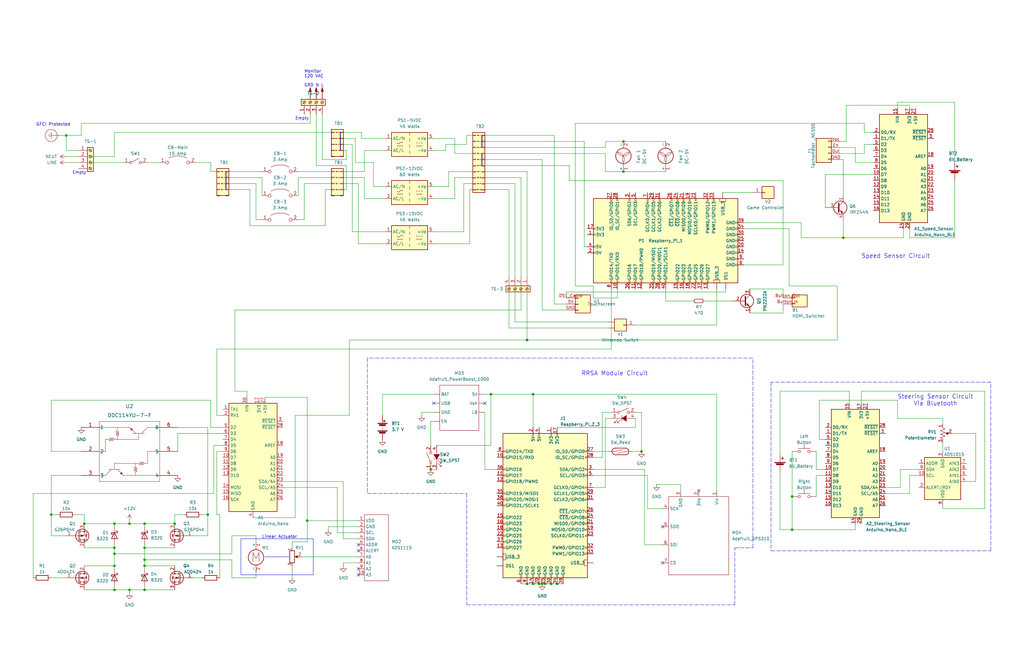
<source format=kicad_sch>
(kicad_sch (version 20230121) (generator eeschema)
  (paper "B")
  (lib_symbols
    (symbol "Analog_ADC:ADS1015IDGS"
      (property "Reference" "U" (at 2.54 13.97 0))
      (property "Value" "ADS1015IDGS" (at 7.62 11.43 0))
      (symbol "ADS1015IDGS_1_1"
        (pin input line (at 10.16 -5.08 180) (length 2.54) (name "ADDR") (number "1"))
        (pin input line (at 10.16 0 180) (length 2.54) (name "SCL") (number "10"))
        (pin output line (at 10.16 5.08 180) (length 2.54) (name "ALERT/RDY") (number "2"))
        (pin power_in line (at 0 -10.16 90) (length 2.54) (name "GND") (number "3"))
        (pin input line (at -10.16 2.54 0) (length 2.54) (name "AIN0") (number "4"))
        (pin input line (at -10.16 0 0) (length 2.54) (name "AIN1") (number "5"))
        (pin input line (at -10.16 -2.54 0) (length 2.54) (name "AIN2") (number "6"))
        (pin input line (at -10.16 -5.08 0) (length 2.54) (name "AIN3") (number "7"))
        (pin power_in line (at 0 12.7 270) (length 2.54) (name "VDD") (number "8"))
        (pin bidirectional line (at 10.16 -2.54 180) (length 2.54) (name "SDA") (number "9"))
      )
    )
    (symbol "Arduino_Nano_v3.x_1"
      (property "Reference" "A2_Steering_Sensor" (at 4.5594 -25.4 0))
      (property "Value" "Arduino_Nano_BLE" (at 4.5594 -27.94 0))
      (symbol "Arduino_Nano_v3.x_1_1_1"
        (pin bidirectional line (at -12.7 12.7 0) (length 2.54) (name "D1/TX") (number "1"))
        (pin bidirectional line (at -12.7 -2.54 0) (length 2.54) (name "D7") (number "10"))
        (pin bidirectional line (at -12.7 -5.08 0) (length 2.54) (name "D8") (number "11"))
        (pin bidirectional line (at -12.7 -7.62 0) (length 2.54) (name "D9") (number "12"))
        (pin bidirectional line (at -12.7 -10.16 0) (length 2.54) (name "D10") (number "13"))
        (pin bidirectional line (at -12.7 -12.7 0) (length 2.54) (name "D11") (number "14"))
        (pin power_in line (at 0 -25.4 90) (length 2.54) (name "GND") (number "14"))
        (pin bidirectional line (at -12.7 -15.24 0) (length 2.54) (name "D12") (number "15"))
        (pin power_in line (at -2.54 25.4 270) (length 2.54) (name "VIN") (number "15"))
        (pin bidirectional line (at -12.7 -17.78 0) (length 2.54) (name "D13") (number "16"))
        (pin power_out line (at 2.54 25.4 270) (length 2.54) (name "3V3") (number "17"))
        (pin input line (at 12.7 5.08 180) (length 2.54) (name "AREF") (number "18"))
        (pin bidirectional line (at 12.7 0 180) (length 2.54) (name "A0") (number "19"))
        (pin bidirectional line (at -12.7 15.24 0) (length 2.54) (name "D0/RX") (number "2"))
        (pin bidirectional line (at 12.7 -2.54 180) (length 2.54) (name "A1") (number "20"))
        (pin bidirectional line (at 12.7 -5.08 180) (length 2.54) (name "A2") (number "21"))
        (pin bidirectional line (at 12.7 -7.62 180) (length 2.54) (name "A3") (number "22"))
        (pin bidirectional line (at 12.7 -10.16 180) (length 2.54) (name "SDA/A4") (number "23"))
        (pin bidirectional line (at 12.7 -12.7 180) (length 2.54) (name "SCL/A5") (number "24"))
        (pin bidirectional line (at 12.7 -15.24 180) (length 2.54) (name "A6") (number "25"))
        (pin bidirectional line (at 12.7 -17.78 180) (length 2.54) (name "A7") (number "26"))
        (pin power_out line (at 5.08 25.4 270) (length 2.54) (name "+5V") (number "27"))
        (pin input line (at 12.7 15.24 180) (length 2.54) (name "~{RESET}") (number "28"))
        (pin power_in line (at 2.54 -25.4 90) (length 2.54) (name "GND") (number "29"))
        (pin input line (at 12.7 12.7 180) (length 2.54) (name "~{RESET}") (number "3"))
        (pin bidirectional line (at -12.7 10.16 0) (length 2.54) (name "D2") (number "5"))
        (pin bidirectional line (at -12.7 7.62 0) (length 2.54) (name "D3") (number "6"))
        (pin bidirectional line (at -12.7 5.08 0) (length 2.54) (name "D4") (number "7"))
        (pin bidirectional line (at -12.7 2.54 0) (length 2.54) (name "D5") (number "8"))
        (pin bidirectional line (at -12.7 0 0) (length 2.54) (name "D6") (number "9"))
      )
    )
    (symbol "BAC05S05DC_1"
      (property "Reference" "PS?" (at 0 9.9271 0))
      (property "Value" "BAC05S05DC_1" (at 0 7.3871 0))
      (symbol "BAC05S05DC_1_1_1"
        (pin power_in line (at -10.16 2.54 0) (length 2.54) (name "AC/N") (number "1"))
        (pin power_in line (at -10.16 -2.54 0) (length 2.54) (name "AC/L") (number "2"))
        (pin no_connect line (at 7.62 0 180) (length 2.54) hide (name "NC") (number "3"))
        (pin power_out line (at 10.16 -2.54 180) (length 2.54) (name "-Vo") (number "4"))
        (pin power_out line (at 10.16 2.54 180) (length 2.54) (name "+Vo") (number "5"))
      )
    )
    (symbol "Conn_01x01_1" (pin_names (offset 1.016) hide)
      (property "Reference" "B1" (at 0 3.81 0))
      (property "Value" "Conn_01x01_1" (at -3.81 -3.81 0))
      (symbol "Conn_01x01_1_1_1"
        (pin input line (at -5.08 1.27 0) (length 3.81) (name "USB") (number "Button_In"))
        (pin output line (at -5.08 -1.27 0) (length 3.81) (name "") (number "Button_Out"))
      )
    )
    (symbol "Conn_01x01_2" (pin_names (offset 1.016) hide)
      (property "Reference" "U1" (at 0 3.81 0))
      (property "Value" "Touchscreen" (at -3.81 -6.35 0))
      (symbol "Conn_01x01_2_1_1"
        (pin power_in line (at -5.08 -1.27 0) (length 3.81) (name "") (number "5V"))
        (pin input line (at -5.08 1.27 0) (length 3.81) (name "USB") (number "DS1_Cable"))
        (pin input line (at -5.08 -3.81 0) (length 3.81) (name "") (number "GND"))
      )
    )
    (symbol "Conn_01x01_3" (pin_names (offset 1.016) hide)
      (property "Reference" "V?" (at -1.27 7.62 0))
      (property "Value" "Nintendo Switch" (at -1.27 5.08 0))
      (symbol "Conn_01x01_3_1_1"
        (pin power_in line (at 6.35 -1.27 180) (length 2.54) (name "") (number ""))
        (pin power_in line (at 6.35 1.27 180) (length 2.54) (name "") (number ""))
        (pin input line (at -5.08 0 0) (length 3.81) (name "USB") (number "1"))
      )
    )
    (symbol "Conn_01x01_4" (pin_names (offset 1.016) hide)
      (property "Reference" "T1" (at 6.35 3.1751 90))
      (property "Value" "Conn_01x01_4" (at 6.35 0.6351 90))
      (symbol "Conn_01x01_4_1_1"
        (pin input line (at -5.08 -3.81 0) (length 3.81) (name "") (number "En"))
        (pin output line (at -5.08 1.27 0) (length 3.81) (name "Out") (number "GND"))
        (pin output line (at -5.08 -1.27 0) (length 3.81) (name "") (number "Out"))
        (pin input line (at -5.08 -6.35 0) (length 3.81) (name "") (number "Voc"))
      )
    )
    (symbol "Connector:Raspberry_Pi_2_3" (pin_names (offset 1.016))
      (property "Reference" "P?" (at -39.37 10.9095 90))
      (property "Value" "Raspberry_Pi_1" (at -39.37 8.3695 90))
      (symbol "Raspberry_Pi_2_3_1_1"
        (pin bidirectional line (at -20.32 -25.4 0) (length 2.54) (name "DS1") (number ""))
        (pin bidirectional line (at -20.32 -21.59 0) (length 2.54) (name "USB_3") (number ""))
        (pin bidirectional line (at 20.32 -24.13 180) (length 2.54) (name "USB_3") (number ""))
        (pin power_in line (at 2.54 33.02 270) (length 2.54) (name "3V3") (number "1"))
        (pin bidirectional line (at -20.32 20.32 0) (length 2.54) (name "GPIO15/RXD") (number "10"))
        (pin bidirectional line (at -20.32 12.7 0) (length 2.54) (name "GPIO17") (number "11"))
        (pin bidirectional line (at -20.32 10.16 0) (length 2.54) (name "GPIO18/PWM0") (number "12"))
        (pin bidirectional line (at -20.32 -17.78 0) (length 2.54) (name "GPIO27") (number "13"))
        (pin power_in line (at -5.08 -33.02 90) (length 2.54) (name "GND") (number "14"))
        (pin bidirectional line (at -20.32 -5.08 0) (length 2.54) (name "GPIO22") (number "15"))
        (pin bidirectional line (at -20.32 -7.62 0) (length 2.54) (name "GPIO23") (number "16"))
        (pin power_in line (at 5.08 33.02 270) (length 2.54) (name "3V3") (number "17"))
        (pin bidirectional line (at -20.32 -10.16 0) (length 2.54) (name "GPIO24") (number "18"))
        (pin bidirectional line (at 20.32 -10.16 180) (length 2.54) (name "MOSI0/GPIO10") (number "19"))
        (pin power_in line (at -5.08 33.02 270) (length 2.54) (name "5V") (number "2"))
        (pin power_in line (at -2.54 -33.02 90) (length 2.54) (name "GND") (number "20"))
        (pin bidirectional line (at 20.32 -7.62 180) (length 2.54) (name "MISO0/GPIO9") (number "21"))
        (pin bidirectional line (at -20.32 -12.7 0) (length 2.54) (name "GPIO25") (number "22"))
        (pin bidirectional line (at 20.32 -12.7 180) (length 2.54) (name "SCLK0/GPIO11") (number "23"))
        (pin bidirectional line (at 20.32 -5.08 180) (length 2.54) (name "~{CE0}/GPIO8") (number "24"))
        (pin power_in line (at 0 -33.02 90) (length 2.54) (name "GND") (number "25"))
        (pin bidirectional line (at 20.32 -2.54 180) (length 2.54) (name "~{CE1}/GPIO7") (number "26"))
        (pin bidirectional line (at 20.32 22.86 180) (length 2.54) (name "ID_SD/GPIO0") (number "27"))
        (pin bidirectional line (at 20.32 20.32 180) (length 2.54) (name "ID_SC/GPIO1") (number "28"))
        (pin bidirectional line (at 20.32 5.08 180) (length 2.54) (name "GCLK1/GPIO5") (number "29"))
        (pin bidirectional line (at 20.32 15.24 180) (length 2.54) (name "SDA/GPIO2") (number "3"))
        (pin power_in line (at 2.54 -33.02 90) (length 2.54) (name "GND") (number "30"))
        (pin bidirectional line (at 20.32 2.54 180) (length 2.54) (name "GCLK2/GPIO6") (number "31"))
        (pin bidirectional line (at 20.32 -17.78 180) (length 2.54) (name "PWM0/GPIO12") (number "32"))
        (pin bidirectional line (at 20.32 -20.32 180) (length 2.54) (name "PWM1/GPIO13") (number "33"))
        (pin power_in line (at 5.08 -33.02 90) (length 2.54) (name "GND") (number "34"))
        (pin bidirectional line (at -20.32 5.08 0) (length 2.54) (name "GPIO19/MISO1") (number "35"))
        (pin bidirectional line (at -20.32 15.24 0) (length 2.54) (name "GPIO16") (number "36"))
        (pin bidirectional line (at -20.32 -15.24 0) (length 2.54) (name "GPIO26") (number "37"))
        (pin bidirectional line (at -20.32 2.54 0) (length 2.54) (name "GPIO20/MOSI1") (number "38"))
        (pin power_in line (at 7.62 -33.02 90) (length 2.54) (name "GND") (number "39"))
        (pin power_in line (at -2.54 33.02 270) (length 2.54) (name "5V") (number "4"))
        (pin bidirectional line (at -20.32 0 0) (length 2.54) (name "GPIO21/SCLK1") (number "40"))
        (pin bidirectional line (at 20.32 12.7 180) (length 2.54) (name "SCL/GPIO3") (number "5"))
        (pin power_in line (at -10.16 -33.02 90) (length 2.54) (name "GND") (number "6"))
        (pin bidirectional line (at 20.32 7.62 180) (length 2.54) (name "GCLK0/GPIO4") (number "7"))
        (pin bidirectional line (at -20.32 22.86 0) (length 2.54) (name "GPIO14/TXD") (number "8"))
        (pin power_in line (at -7.62 -33.02 90) (length 2.54) (name "GND") (number "9"))
      )
    )
    (symbol "Connector:Screw_Terminal_01x04" (pin_names (offset 1.016) hide)
      (property "Reference" "J" (at 0 5.08 0))
      (property "Value" "Screw_Terminal_01x04" (at 0 -7.62 0))
      (symbol "Screw_Terminal_01x04_1_1"
        (pin passive line (at -5.08 2.54 0) (length 3.81) (name "Pin_1") (number "1"))
        (pin passive line (at -5.08 0 0) (length 3.81) (name "Pin_2") (number "2"))
        (pin passive line (at -5.08 -2.54 0) (length 3.81) (name "Pin_3") (number "3"))
        (pin passive line (at -5.08 -5.08 0) (length 3.81) (name "Pin_4") (number "4"))
      )
    )
    (symbol "Connector_Generic:Conn_01x01" (pin_names (offset 1.016) hide)
      (property "Reference" "V3" (at 0 3.81 0))
      (property "Value" "Game Controller" (at -6.35 -3.81 0))
      (symbol "Conn_01x01_1_1"
        (pin input line (at -5.08 0 0) (length 3.81) (name "USB") (number "1"))
      )
    )
    (symbol "DIN41612_02x10_ZB_1" (pin_names (offset 1.016))
      (property "Value" "TB1" (at 0 13.97 0))
      (symbol "DIN41612_02x10_ZB_1_0_0"
        (text "TB1-1" (at 1.27 10.16 0) (effects (font (size 0.35 0.35))))
        (text "TB1-2" (at 1.27 7.62 0) (effects (font (size 0.35 0.35))))
        (text "TB1-3" (at 1.27 5.08 0) (effects (font (size 0.35 0.35))))
        (text "TB1-4" (at 1.27 2.54 0) (effects (font (size 0.35 0.35))))
      )
    )
    (symbol "DIN41612_02x10_ZB_2" (pin_names (offset 1.016))
      (property "Value" "DIN41612_02x10_ZB_2" (at 0 13.97 0))
      (symbol "DIN41612_02x10_ZB_2_0_0"
        (text "TB1-5" (at 1.27 10.16 0) (effects (font (size 0.35 0.35))))
        (text "TB1-6" (at 1.27 7.62 0) (effects (font (size 0.35 0.35))))
        (text "TB1-7" (at 1.27 5.08 0) (effects (font (size 0.35 0.35))))
        (text "TB1-8" (at 1.27 2.54 0) (effects (font (size 0.35 0.35))))
      )
    )
    (symbol "DIN41612_02x10_ZB_3" (pin_names (offset 1.016))
      (property "Value" "TB1" (at 0 13.97 0))
      (symbol "DIN41612_02x10_ZB_3_0_0"
        (text "TB1-10" (at 1.27 7.62 0) (effects (font (size 0.35 0.35))))
        (text "TB1-11" (at 1.27 5.08 0) (effects (font (size 0.35 0.35))))
        (text "TB1-12" (at 1.27 2.54 0) (effects (font (size 0.35 0.35))))
        (text "TB1-9" (at 1.27 10.16 0) (effects (font (size 0.35 0.35))))
      )
    )
    (symbol "DIN41612_02x10_ZB_4" (pin_names (offset 1.016))
      (property "Value" "DIN41612_02x10_ZB_4" (at 0 13.97 0))
      (symbol "DIN41612_02x10_ZB_4_0_0"
        (text "TB2-1" (at 1.27 10.16 0) (effects (font (size 0.35 0.35))))
        (text "TB2-10" (at 1.27 -12.7 0) (effects (font (size 0.35 0.35))))
        (text "TB2-2" (at 1.27 7.62 0) (effects (font (size 0.35 0.35))))
        (text "TB2-3" (at 1.27 5.08 0) (effects (font (size 0.35 0.35))))
        (text "TB2-4" (at 1.27 2.54 0) (effects (font (size 0.35 0.35))))
        (text "TB2-5" (at 1.27 0 0) (effects (font (size 0.35 0.35))))
        (text "TB2-6" (at 1.27 -2.54 0) (effects (font (size 0.35 0.35))))
        (text "TB2-7" (at 1.27 -5.08 0) (effects (font (size 0.35 0.35))))
        (text "TB2-8" (at 1.27 -7.62 0) (effects (font (size 0.35 0.35))))
        (text "TB2-9" (at 1.27 -10.16 0) (effects (font (size 0.35 0.35))))
      )
    )
    (symbol "Device:Battery" (pin_numbers hide) (pin_names (offset 0) hide)
      (property "Reference" "BT" (at 2.54 2.54 0))
      (property "Value" "Battery" (at 2.54 0 0))
      (symbol "Battery_1_1"
        (pin passive line (at 0 5.08 270) (length 2.54) (name "+") (number "1"))
        (pin passive line (at 0 -5.08 90) (length 2.54) (name "-") (number "2"))
      )
    )
    (symbol "Device:Battery_Cell" (pin_numbers hide) (pin_names (offset 0) hide)
      (property "Reference" "BT" (at 2.54 2.54 0))
      (property "Value" "Battery_Cell" (at 2.54 0 0))
      (symbol "Battery_Cell_1_1"
        (pin passive line (at 0 5.08 270) (length 2.54) (name "+") (number "1"))
        (pin passive line (at 0 -2.54 90) (length 2.54) (name "-") (number "2"))
      )
    )
    (symbol "Device:CircuitBreaker_1P_US"
      (property "Reference" "CB" (at 3.175 -1.27 0))
      (property "Value" "CircuitBreaker_1P_US" (at 3.175 0.635 0))
      (symbol "CircuitBreaker_1P_US_1_1"
        (pin passive line (at 0 7.62 270) (length 2.54) (name "~") (number "1"))
        (pin passive line (at 0 -7.62 90) (length 2.54) (name "~") (number "2"))
      )
    )
    (symbol "Device:Q_NMOS_GDS" (pin_names (offset 0) hide)
      (property "Reference" "Q" (at 5.08 1.27 0))
      (property "Value" "Q_NMOS_GDS" (at 5.08 -1.27 0))
      (symbol "Q_NMOS_GDS_1_1"
        (pin input line (at -5.08 0 0) (length 2.54) (name "G") (number "1"))
        (pin passive line (at 2.54 5.08 270) (length 2.54) (name "D") (number "2"))
        (pin passive line (at 2.54 -5.08 90) (length 2.54) (name "S") (number "3"))
      )
    )
    (symbol "Device:Q_PMOS_GDS" (pin_names (offset 0) hide)
      (property "Reference" "Q" (at 5.08 1.27 0))
      (property "Value" "Q_PMOS_GDS" (at 5.08 -1.27 0))
      (symbol "Q_PMOS_GDS_1_1"
        (pin input line (at -5.08 0 0) (length 2.54) (name "G") (number "1"))
        (pin passive line (at 2.54 5.08 270) (length 2.54) (name "D") (number "2"))
        (pin passive line (at 2.54 -5.08 90) (length 2.54) (name "S") (number "3"))
      )
    )
    (symbol "Device:Q_PNP_BEC" (pin_names (offset 0) hide)
      (property "Reference" "Q?" (at 5.08 1.2701 0))
      (property "Value" "Q_PNP_BEC" (at 5.08 -1.2699 0))
      (symbol "Q_PNP_BEC_1_1"
        (pin passive line (at 2.54 5.08 270) (length 2.54) (name "C") (number "1"))
        (pin input line (at -5.08 0 0) (length 5.715) (name "B") (number "3"))
        (pin passive line (at 2.54 -5.08 90) (length 2.54) (name "E") (number "4"))
      )
    )
    (symbol "Device:R" (pin_numbers hide) (pin_names (offset 0))
      (property "Reference" "R" (at 2.032 0 90))
      (property "Value" "R" (at 0 0 90))
      (symbol "R_1_1"
        (pin passive line (at 0 3.81 270) (length 1.27) (name "~") (number "1"))
        (pin passive line (at 0 -3.81 90) (length 1.27) (name "~") (number "2"))
      )
    )
    (symbol "Device:R_Potentiometer" (pin_names (offset 1.016) hide)
      (property "Reference" "RV" (at -4.445 0 90))
      (property "Value" "R_Potentiometer" (at -2.54 0 90))
      (symbol "R_Potentiometer_1_1"
        (pin passive line (at 0 3.81 270) (length 1.27) (name "1") (number "1"))
        (pin passive line (at 3.81 0 180) (length 1.27) (name "2") (number "2"))
        (pin passive line (at 0 -3.81 90) (length 1.27) (name "3") (number "3"))
      )
    )
    (symbol "Device:R_Potentiometer_US" (pin_names (offset 1.016) hide)
      (property "Reference" "RV" (at -4.445 0 90))
      (property "Value" "R_Potentiometer_US" (at -2.54 0 90))
      (symbol "R_Potentiometer_US_1_1"
        (pin passive line (at 0 3.81 270) (length 1.27) (name "1") (number "1"))
        (pin passive line (at 3.81 0 180) (length 1.27) (name "2") (number "2"))
        (pin passive line (at 0 -3.81 90) (length 1.27) (name "3") (number "3"))
      )
    )
    (symbol "Device:R_Small" (pin_numbers hide) (pin_names (offset 0.254) hide)
      (property "Reference" "R" (at 0.762 0.508 0))
      (property "Value" "R_Small" (at 0.762 -1.016 0))
      (symbol "R_Small_1_1"
        (pin passive line (at 0 2.54 270) (length 0.762) (name "~") (number "1"))
        (pin passive line (at 0 -2.54 90) (length 0.762) (name "~") (number "2"))
      )
    )
    (symbol "Diode:B320" (pin_numbers hide) (pin_names (offset 1.016) hide)
      (property "Reference" "D" (at 0 2.54 0))
      (property "Value" "B320" (at 0 -2.54 0))
      (symbol "B320_1_1"
        (pin passive line (at -3.81 0 0) (length 2.54) (name "K") (number "1"))
        (pin passive line (at 3.81 0 180) (length 2.54) (name "A") (number "2"))
      )
    )
    (symbol "Graphic:SYM_Arrow_Normal" (pin_names (offset 1.016)))
    (symbol "MCU_Module:Arduino_Nano_Every"
      (property "Reference" "A" (at -10.16 23.495 0))
      (property "Value" "Arduino_Nano_Every" (at 5.08 -24.13 0))
      (symbol "Arduino_Nano_Every_1_1"
        (pin bidirectional line (at -12.7 20.32 0) (length 2.54) (name "TX1") (number "1"))
        (pin bidirectional line (at -12.7 0 0) (length 2.54) (name "D7") (number "10"))
        (pin bidirectional line (at -12.7 -2.54 0) (length 2.54) (name "D8") (number "11"))
        (pin bidirectional line (at -12.7 -5.08 0) (length 2.54) (name "D9") (number "12"))
        (pin bidirectional line (at -12.7 -7.62 0) (length 2.54) (name "D10") (number "13"))
        (pin bidirectional line (at -12.7 -12.7 0) (length 2.54) (name "MOSI") (number "14"))
        (pin bidirectional line (at -12.7 -15.24 0) (length 2.54) (name "MISO") (number "15"))
        (pin bidirectional line (at -12.7 -17.78 0) (length 2.54) (name "SCK") (number "16"))
        (pin power_out line (at 2.54 25.4 270) (length 2.54) (name "3V3") (number "17"))
        (pin input line (at 12.7 5.08 180) (length 2.54) (name "AREF") (number "18"))
        (pin bidirectional line (at 12.7 0 180) (length 2.54) (name "A0") (number "19"))
        (pin bidirectional line (at -12.7 17.78 0) (length 2.54) (name "RX1") (number "2"))
        (pin bidirectional line (at 12.7 -2.54 180) (length 2.54) (name "A1") (number "20"))
        (pin bidirectional line (at 12.7 -5.08 180) (length 2.54) (name "A2") (number "21"))
        (pin bidirectional line (at 12.7 -7.62 180) (length 2.54) (name "A3") (number "22"))
        (pin bidirectional line (at 12.7 -10.16 180) (length 2.54) (name "SDA/A4") (number "23"))
        (pin bidirectional line (at 12.7 -12.7 180) (length 2.54) (name "SCL/A5") (number "24"))
        (pin bidirectional line (at 12.7 -15.24 180) (length 2.54) (name "A6") (number "25"))
        (pin bidirectional line (at 12.7 -17.78 180) (length 2.54) (name "A7") (number "26"))
        (pin power_out line (at 5.08 25.4 270) (length 2.54) (name "+5V") (number "27"))
        (pin input line (at 12.7 12.7 180) (length 2.54) (name "~{RESET}") (number "28"))
        (pin passive line (at 0 -25.4 90) (length 2.54) hide (name "GND") (number "29"))
        (pin input line (at 12.7 15.24 180) (length 2.54) (name "~{RESET}") (number "3"))
        (pin power_in line (at -2.54 25.4 270) (length 2.54) (name "VIN") (number "30"))
        (pin power_in line (at 0 -25.4 90) (length 2.54) (name "GND") (number "4"))
        (pin bidirectional line (at -12.7 12.7 0) (length 2.54) (name "D2") (number "5"))
        (pin bidirectional line (at -12.7 10.16 0) (length 2.54) (name "D3") (number "6"))
        (pin bidirectional line (at -12.7 7.62 0) (length 2.54) (name "D4") (number "7"))
        (pin bidirectional line (at -12.7 5.08 0) (length 2.54) (name "D5") (number "8"))
        (pin bidirectional line (at -12.7 2.54 0) (length 2.54) (name "D6") (number "9"))
      )
    )
    (symbol "MCU_Module:Arduino_Nano_v3.x"
      (property "Reference" "A?" (at 4.5594 -25.4 0))
      (property "Value" "Arduino_Nano_BLE" (at 4.5594 -27.94 0))
      (symbol "Arduino_Nano_v3.x_1_1"
        (pin bidirectional line (at -12.7 12.7 0) (length 2.54) (name "D1/TX") (number "1"))
        (pin bidirectional line (at -12.7 -2.54 0) (length 2.54) (name "D7") (number "10"))
        (pin bidirectional line (at -12.7 -5.08 0) (length 2.54) (name "D8") (number "11"))
        (pin bidirectional line (at -12.7 -7.62 0) (length 2.54) (name "D9") (number "12"))
        (pin bidirectional line (at -12.7 -10.16 0) (length 2.54) (name "D10") (number "13"))
        (pin bidirectional line (at -12.7 -12.7 0) (length 2.54) (name "D11") (number "14"))
        (pin power_in line (at 0 -25.4 90) (length 2.54) (name "GND") (number "14"))
        (pin bidirectional line (at -12.7 -15.24 0) (length 2.54) (name "D12") (number "15"))
        (pin power_in line (at -2.54 25.4 270) (length 2.54) (name "VIN") (number "15"))
        (pin bidirectional line (at -12.7 -17.78 0) (length 2.54) (name "D13") (number "16"))
        (pin power_out line (at 2.54 25.4 270) (length 2.54) (name "3V3") (number "17"))
        (pin input line (at 12.7 5.08 180) (length 2.54) (name "AREF") (number "18"))
        (pin bidirectional line (at 12.7 0 180) (length 2.54) (name "A0") (number "19"))
        (pin bidirectional line (at -12.7 15.24 0) (length 2.54) (name "D0/RX") (number "2"))
        (pin bidirectional line (at 12.7 -2.54 180) (length 2.54) (name "A1") (number "20"))
        (pin bidirectional line (at 12.7 -5.08 180) (length 2.54) (name "A2") (number "21"))
        (pin bidirectional line (at 12.7 -7.62 180) (length 2.54) (name "A3") (number "22"))
        (pin bidirectional line (at 12.7 -10.16 180) (length 2.54) (name "A4") (number "23"))
        (pin bidirectional line (at 12.7 -12.7 180) (length 2.54) (name "A5") (number "24"))
        (pin bidirectional line (at 12.7 -15.24 180) (length 2.54) (name "A6") (number "25"))
        (pin bidirectional line (at 12.7 -17.78 180) (length 2.54) (name "A7") (number "26"))
        (pin power_out line (at 5.08 25.4 270) (length 2.54) (name "+5V") (number "27"))
        (pin input line (at 12.7 15.24 180) (length 2.54) (name "~{RESET}") (number "28"))
        (pin power_in line (at 2.54 -25.4 90) (length 2.54) (name "GND") (number "29"))
        (pin input line (at 12.7 12.7 180) (length 2.54) (name "~{RESET}") (number "3"))
        (pin bidirectional line (at -12.7 10.16 0) (length 2.54) (name "D2") (number "5"))
        (pin bidirectional line (at -12.7 7.62 0) (length 2.54) (name "D3") (number "6"))
        (pin bidirectional line (at -12.7 5.08 0) (length 2.54) (name "D4") (number "7"))
        (pin bidirectional line (at -12.7 2.54 0) (length 2.54) (name "D5") (number "8"))
        (pin bidirectional line (at -12.7 0 0) (length 2.54) (name "D6") (number "9"))
      )
    )
    (symbol "Module:ADS1115"
      (property "Reference" "MD" (at 0 17.78 0))
      (property "Value" "ADS1115" (at 0 15.24 0))
      (symbol "ADS1115_1_1"
        (pin power_in line (at -7.62 10.16 0) (length 2.54) (name "VDD") (number "1"))
        (pin input line (at -7.62 -12.7 0) (length 2.54) (name "A3") (number "10"))
        (pin power_in line (at -7.62 7.62 0) (length 2.54) (name "GND") (number "2"))
        (pin input line (at -7.62 5.08 0) (length 2.54) (name "SCL") (number "3"))
        (pin bidirectional line (at -7.62 2.54 0) (length 2.54) (name "SDA") (number "4"))
        (pin output line (at -7.62 0 0) (length 2.54) (name "ADDR") (number "5"))
        (pin output line (at -7.62 -2.54 0) (length 2.54) (name "ALERT") (number "6"))
        (pin input line (at -7.62 -5.08 0) (length 2.54) (name "A0") (number "7"))
        (pin input line (at -7.62 -7.62 0) (length 2.54) (name "A1") (number "8"))
        (pin input line (at -7.62 -10.16 0) (length 2.54) (name "A2") (number "9"))
      )
    )
    (symbol "Module:Adafruit_DPS310"
      (property "Reference" "MD" (at 0 17.78 0))
      (property "Value" "Adafruit_DPS310" (at 0 15.24 0))
      (symbol "Adafruit_DPS310_1_1"
        (pin power_in line (at -19.05 7.62 0) (length 2.54) (name "Vin") (number "1"))
        (pin power_out line (at -19.05 0 0) (length 2.54) (name "3Vo") (number "2"))
        (pin power_in line (at -19.05 -7.62 0) (length 2.54) (name "GND") (number "3"))
        (pin input line (at -11.43 -15.24 90) (length 2.54) (name "SCK") (number "4"))
        (pin output line (at -3.81 -15.24 90) (length 2.54) (name "SDO") (number "5"))
        (pin input line (at 3.81 -15.24 90) (length 2.54) (name "SDI") (number "6"))
        (pin input line (at 11.43 -15.24 90) (length 2.54) (name "CS") (number "7"))
      )
    )
    (symbol "Module:Adafruit_PowerBoost_1000"
      (property "Reference" "MD" (at 0 -10.16 0))
      (property "Value" "Adafruit_PowerBoost_1000" (at 0 11.43 0))
      (symbol "Adafruit_PowerBoost_1000_1_1"
        (pin output line (at 10.16 6.35 180) (length 2.54) (name "5V") (number ""))
        (pin input line (at -11.43 6.35 0) (length 2.54) (name "BAT") (number ""))
        (pin input line (at -11.43 -5.08 0) (length 2.54) (name "EN") (number ""))
        (pin input line (at -11.43 -1.27 0) (length 2.54) (name "GND") (number ""))
        (pin output line (at 10.16 -1.27 180) (length 2.54) (name "LB") (number ""))
        (pin input line (at -11.43 2.54 0) (length 2.54) (name "USB") (number ""))
        (pin output line (at 10.16 2.54 180) (length 2.54) (name "Vsh") (number ""))
      )
    )
    (symbol "Motor:Fan" (pin_names (offset 0))
      (property "Reference" "M" (at 2.54 5.08 0))
      (property "Value" "Fan" (at 2.54 -2.54 0))
      (symbol "Fan_1_1"
        (pin passive line (at 0 7.62 270) (length 2.54) (name "+") (number "1"))
        (pin passive line (at 0 -5.08 90) (length 2.54) (name "-") (number "2"))
      )
    )
    (symbol "Motor:Motor_DC" (pin_names (offset 0))
      (property "Reference" "M" (at 2.54 2.54 0))
      (property "Value" "Motor_DC" (at 2.54 -5.08 0))
      (symbol "Motor_DC_1_1"
        (pin passive line (at 0 5.08 270) (length 2.54) (name "+") (number "1"))
        (pin passive line (at 0 -7.62 90) (length 2.54) (name "-") (number "2"))
      )
    )
    (symbol "Switch:SW_Push" (pin_numbers hide) (pin_names (offset 1.016) hide)
      (property "Reference" "SW" (at 1.27 2.54 0))
      (property "Value" "SW_Push" (at 0 -1.524 0))
      (symbol "SW_Push_0_1"
        (pin passive line (at -5.08 0 0) (length 2.54) (name "1") (number "1"))
        (pin passive line (at 5.08 0 180) (length 2.54) (name "2") (number "2"))
      )
    )
    (symbol "Switch:SW_Reed" (pin_numbers hide) (pin_names (offset 0) hide)
      (property "Reference" "SW" (at 0 2.54 0))
      (property "Value" "SW_Reed" (at 0 -2.54 0))
      (symbol "SW_Reed_1_1"
        (pin passive line (at -5.08 0 0) (length 2.54) (name "1") (number "1"))
        (pin passive line (at 5.08 0 180) (length 2.54) (name "2") (number "2"))
      )
    )
    (symbol "Switch:SW_SPST" (pin_names (offset 0) hide)
      (property "Reference" "SW" (at 0 3.175 0))
      (property "Value" "SW_SPST" (at 0 -2.54 0))
      (symbol "SW_SPST_1_1"
        (pin passive line (at -5.08 0 0) (length 2.54) (name "A") (number "1"))
        (pin passive line (at 5.08 0 180) (length 2.54) (name "B") (number "2"))
      )
    )
    (symbol "Switch:SW_SPST_LED" (pin_names (offset 1.016) hide)
      (property "Reference" "SW" (at 0.635 5.715 0))
      (property "Value" "SW_SPST_LED" (at 0 -3.175 0))
      (symbol "SW_SPST_LED_0_1"
        (pin passive line (at -5.08 2.54 0) (length 2.54) (name "1") (number "1"))
        (pin passive line (at 5.08 2.54 180) (length 2.54) (name "2") (number "2"))
        (pin passive line (at -5.08 0 0) (length 2.54) (name "K") (number "3"))
        (pin passive line (at 5.08 0 180) (length 2.54) (name "A") (number "4"))
      )
    )
    (symbol "Transistor_BJT:PN2222A" (pin_names (offset 0) hide)
      (property "Reference" "Q" (at 5.08 1.905 0))
      (property "Value" "PN2222A" (at 5.08 0 0))
      (symbol "PN2222A_1_1"
        (pin passive line (at 2.54 -5.08 90) (length 2.54) (name "E") (number "1"))
        (pin input line (at -5.08 0 0) (length 5.08) (name "B") (number "2"))
        (pin passive line (at 2.54 5.08 270) (length 2.54) (name "C") (number "3"))
      )
    )
    (symbol "power:+12V" (power) (pin_names (offset 0))
      (property "Value" "+12V" (at 0 3.556 0))
      (symbol "+12V_1_1"
        (pin power_in line (at 0 0 90) (length 0) hide (name "+12V") (number "1"))
      )
    )
    (symbol "power:Earth_Protective" (power) (pin_names (offset 0))
      (symbol "Earth_Protective_1_1"
        (pin power_in line (at 0 0 270) (length 0) hide (name "Earth_Protective") (number "1"))
      )
    )
    (symbol "power:GND" (power) (pin_names (offset 0))
      (property "Value" "GND" (at 0 -3.81 0))
      (symbol "GND_1_1"
        (pin power_in line (at 0 0 270) (length 0) hide (name "GND") (number "1"))
      )
    )
    (symbol "power:LINE" (power) (pin_names (offset 0))
      (property "Value" "LINE" (at 0 3.81 0))
      (symbol "LINE_1_1"
        (pin power_in line (at 0 0 90) (length 0) hide (name "LINE") (number "1"))
      )
    )
    (symbol "power:NEUT" (power) (pin_names (offset 0))
      (property "Value" "NEUT" (at 0 3.81 0))
      (symbol "NEUT_1_1"
        (pin power_in line (at 0 0 90) (length 0) hide (name "NEUT") (number "1"))
      )
    )
    (symbol "sym:DDC114YU-7-F" (pin_names (offset 0.254))
      (property "Reference" "U" (at 20.32 7.62 0))
      (property "Value" "DDC114YU-7-F" (at 20.32 5.08 0))
      (symbol "DDC114YU-7-F_1_1"
        (pin unspecified line (at 0 0 0) (length 7.62) (name "1") (number "1"))
        (pin unspecified line (at 0 -10.16 0) (length 7.62) (name "2") (number "2"))
        (pin unspecified line (at 0 -20.32 0) (length 7.62) (name "3") (number "3"))
        (pin unspecified line (at 40.64 -20.32 180) (length 7.62) (name "4") (number "4"))
        (pin unspecified line (at 40.64 -10.16 180) (length 7.62) (name "5") (number "5"))
        (pin unspecified line (at 40.64 0 180) (length 7.62) (name "6") (number "6"))
      )
    )
  )
  (junction (at 60.96 236.22))
  (junction (at 222.25 246.38))
  (junction (at 224.79 246.38))
  (junction (at 54.61 220.98))
  (junction (at 48.26 220.98))
  (junction (at 60.96 231.14))
  (junction (at 27.94 57.15))
  (junction (at 334.01 209.55))
  (junction (at 355.6 100.33))
  (junction (at 270.51 190.5))
  (junction (at 87.63 217.17))
  (junction (at 129.54 219.71))
  (junction (at 232.41 246.38))
  (junction (at 60.96 238.76))
  (junction (at 334.01 223.52))
  (junction (at 262.89 72.39))
  (junction (at 48.26 233.68))
  (junction (at 227.33 246.38))
  (junction (at 224.79 166.37))
  (junction (at 48.26 231.14))
  (junction (at 229.87 246.38))
  (junction (at 228.6 246.38))
  (junction (at 207.01 166.37))
  (junction (at 262.89 59.69))
  (junction (at 234.95 246.38))
  (junction (at 181.61 198.12))
  (junction (at 60.96 248.92))
  (junction (at 21.59 217.17))
  (junction (at 54.61 248.92))
  (junction (at 48.26 238.76))
  (junction (at 222.25 143.51))
  (junction (at 48.26 248.92))
  (junction (at 35.56 220.98))
  (junction (at 60.96 220.98))
  (junction (at 73.66 220.98))
  (no_connect (at 151.13 240.03))
  (no_connect (at 151.13 232.41))
  (no_connect (at 204.47 170.18))
  (no_connect (at 279.4 237.49))
  (no_connect (at 182.88 170.18))
  (no_connect (at 279.4 222.25))
  (no_connect (at 151.13 242.57))
  (no_connect (at 151.13 229.87))
  (no_connect (at 294.64 207.01))
  (wire (pts (xy 204.47 59.69) (xy 246.38 59.69)))
  (wire (pts (xy 271.78 198.12) (xy 250.19 198.12)))
  (wire (pts (xy 256.54 135.89) (xy 217.17 135.89)))
  (wire (pts (xy 228.6 67.31) (xy 228.6 130.81)))
  (wire (pts (xy 48.26 66.04) (xy 48.26 55.88)))
  (wire (pts (xy 214.63 121.92) (xy 214.63 138.43)))
  (wire (pts (xy 217.17 77.47) (xy 217.17 116.84)))
  (wire (pts (xy 242.57 52.07) (xy 364.49 52.07)))
  (polyline (pts (xy 196.85 255.27) (xy 309.88 255.27)) (stroke (width 0) (type dash)))
  (wire (pts (xy 313.69 93.98) (xy 337.82 93.98)))
  (wire (pts (xy 204.47 77.47) (xy 217.17 77.47)))
  (wire (pts (xy 35.56 231.14) (xy 48.26 231.14)))
  (wire (pts (xy 91.44 147.32) (xy 91.44 175.26)))
  (wire (pts (xy 130.81 48.26) (xy 130.81 52.07)))
  (wire (pts (xy 271.78 229.87) (xy 271.78 198.12)))
  (wire (pts (xy 97.79 226.06) (xy 107.95 226.06)))
  (wire (pts (xy 246.38 59.69) (xy 246.38 104.14)))
  (wire (pts (xy 35.56 248.92) (xy 48.26 248.92)))
  (wire (pts (xy 144.78 77.47) (xy 151.13 77.47)))
  (polyline (pts (xy 101.6 227.33) (xy 101.6 242.57)))
  (wire (pts (xy 99.06 165.1) (xy 104.14 165.1)))
  (wire (pts (xy 257.81 173.99) (xy 254 173.99)))
  (wire (pts (xy 279.4 214.63) (xy 273.05 214.63)))
  (wire (pts (xy 147.32 143.51) (xy 222.25 143.51)))
  (wire (pts (xy 397.51 214.63) (xy 415.29 214.63)))
  (wire (pts (xy 157.48 78.74) (xy 162.56 78.74)))
  (wire (pts (xy 111.76 167.64) (xy 129.54 167.64)))
  (wire (pts (xy 332.74 120.65) (xy 353.06 120.65)))
  (wire (pts (xy 124.46 175.26) (xy 147.32 175.26)))
  (wire (pts (xy 217.17 121.92) (xy 217.17 135.89)))
  (wire (pts (xy 279.4 229.87) (xy 271.78 229.87)))
  (wire (pts (xy 363.22 165.1) (xy 363.22 170.18)))
  (wire (pts (xy 330.2 121.92) (xy 316.23 121.92)))
  (wire (pts (xy 254 193.04) (xy 250.19 193.04)))
  (wire (pts (xy 99.06 130.81) (xy 99.06 165.1)))
  (wire (pts (xy 360.68 68.58) (xy 368.3 68.58)))
  (wire (pts (xy 149.86 68.58) (xy 157.48 68.58)))
  (wire (pts (xy 373.38 205.74) (xy 379.73 205.74)))
  (wire (pts (xy 347.98 73.66) (xy 368.3 73.66)))
  (wire (pts (xy 355.6 100.33) (xy 381 100.33)))
  (polyline (pts (xy 325.12 232.41) (xy 417.83 232.41)) (stroke (width 0) (type dash)))
  (wire (pts (xy 21.59 226.06) (xy 27.94 226.06)))
  (wire (pts (xy 90.17 187.96) (xy 93.98 187.96)))
  (wire (pts (xy 125.73 92.71) (xy 128.27 92.71)))
  (wire (pts (xy 242.57 120.65) (xy 242.57 52.07)))
  (wire (pts (xy 204.47 57.15) (xy 233.68 57.15)))
  (wire (pts (xy 13.97 208.28) (xy 90.17 208.28)))
  (wire (pts (xy 74.93 182.88) (xy 93.98 182.88)))
  (wire (pts (xy 21.59 168.91) (xy 88.9 168.91)))
  (wire (pts (xy 266.7 190.5) (xy 270.51 190.5)))
  (wire (pts (xy 191.77 58.42) (xy 191.77 64.77)))
  (wire (pts (xy 353.06 120.65) (xy 353.06 143.51)))
  (wire (pts (xy 234.95 246.38) (xy 237.49 246.38)))
  (wire (pts (xy 189.23 72.39) (xy 199.39 72.39)))
  (wire (pts (xy 257.81 121.92) (xy 257.81 147.32)))
  (wire (pts (xy 54.61 220.98) (xy 60.96 220.98)))
  (wire (pts (xy 161.29 166.37) (xy 182.88 166.37)))
  (wire (pts (xy 191.77 64.77) (xy 199.39 64.77)))
  (wire (pts (xy 270.51 173.99) (xy 270.51 190.5)))
  (wire (pts (xy 196.85 57.15) (xy 199.39 57.15)))
  (polyline (pts (xy 309.88 255.27) (xy 309.88 231.14)) (stroke (width 0) (type dash)))
  (wire (pts (xy 181.61 177.8) (xy 182.88 177.8)))
  (wire (pts (xy 128.27 92.71) (xy 128.27 77.47)))
  (wire (pts (xy 87.63 217.17) (xy 87.63 180.34)))
  (wire (pts (xy 92.71 217.17) (xy 92.71 243.84)))
  (wire (pts (xy 313.69 96.52) (xy 332.74 96.52)))
  (wire (pts (xy 177.8 173.99) (xy 182.88 173.99)))
  (wire (pts (xy 306.07 121.92) (xy 306.07 123.19)))
  (wire (pts (xy 144.78 72.39) (xy 153.67 72.39)))
  (polyline (pts (xy 317.5 151.13) (xy 154.94 151.13)) (stroke (width 0) (type dash)))
  (wire (pts (xy 262.89 72.39) (xy 280.67 72.39)))
  (wire (pts (xy 35.56 217.17) (xy 35.56 220.98)))
  (wire (pts (xy 144.78 60.96) (xy 148.59 60.96)))
  (wire (pts (xy 219.71 121.92) (xy 219.71 130.81)))
  (wire (pts (xy 27.94 63.5) (xy 27.94 57.15)))
  (wire (pts (xy 177.8 175.26) (xy 177.8 173.99)))
  (wire (pts (xy 204.47 166.37) (xy 207.01 166.37)))
  (wire (pts (xy 383.54 44.45) (xy 356.87 44.45)))
  (wire (pts (xy 381 100.33) (xy 381 96.52)))
  (wire (pts (xy 91.44 175.26) (xy 93.98 175.26)))
  (wire (pts (xy 344.17 198.12) (xy 347.98 198.12)))
  (wire (pts (xy 224.79 166.37) (xy 302.26 166.37)))
  (polyline (pts (xy 132.08 227.33) (xy 132.08 242.57)))
  (wire (pts (xy 255.27 64.77) (xy 255.27 72.39)))
  (wire (pts (xy 151.13 77.47) (xy 151.13 102.87)))
  (wire (pts (xy 161.29 175.26) (xy 161.29 166.37)))
  (wire (pts (xy 119.38 203.2) (xy 144.78 203.2)))
  (wire (pts (xy 182.88 102.87) (xy 198.12 102.87)))
  (bus (pts (xy 143.51 55.88) (xy 143.51 63.5)))
  (wire (pts (xy 229.87 246.38) (xy 232.41 246.38)))
  (wire (pts (xy 96.52 72.39) (xy 110.49 72.39)))
  (wire (pts (xy 48.26 247.65) (xy 48.26 248.92)))
  (wire (pts (xy 81.28 226.06) (xy 87.63 226.06)))
  (wire (pts (xy 54.61 250.19) (xy 54.61 248.92)))
  (wire (pts (xy 54.61 248.92) (xy 60.96 248.92)))
  (wire (pts (xy 125.73 74.93) (xy 139.7 74.93)))
  (wire (pts (xy 254 173.99) (xy 254 193.04)))
  (wire (pts (xy 240.03 69.85) (xy 240.03 76.2)))
  (wire (pts (xy 127 234.95) (xy 151.13 234.95)))
  (wire (pts (xy 195.58 97.79) (xy 195.58 77.47)))
  (wire (pts (xy 137.16 80.01) (xy 139.7 80.01)))
  (wire (pts (xy 267.97 173.99) (xy 270.51 173.99)))
  (wire (pts (xy 257.81 176.53) (xy 255.27 176.53)))
  (wire (pts (xy 238.76 123.19) (xy 306.07 123.19)))
  (wire (pts (xy 228.6 246.38) (xy 229.87 246.38)))
  (wire (pts (xy 383.54 100.33) (xy 383.54 96.52)))
  (wire (pts (xy 255.27 176.53) (xy 255.27 205.74)))
  (wire (pts (xy 152.4 55.88) (xy 152.4 58.42)))
  (wire (pts (xy 144.78 74.93) (xy 153.67 74.93)))
  (wire (pts (xy 133.35 48.26) (xy 133.35 69.85)))
  (wire (pts (xy 378.46 176.53) (xy 397.51 176.53)))
  (wire (pts (xy 60.96 240.03) (xy 60.96 238.76)))
  (wire (pts (xy 219.71 246.38) (xy 222.25 246.38)))
  (wire (pts (xy 415.29 214.63) (xy 415.29 165.1)))
  (wire (pts (xy 355.6 92.71) (xy 355.6 100.33)))
  (wire (pts (xy 48.26 55.88) (xy 139.7 55.88)))
  (wire (pts (xy 88.9 72.39) (xy 91.44 72.39)))
  (wire (pts (xy 82.55 68.58) (xy 88.9 68.58)))
  (wire (pts (xy 191.77 74.93) (xy 199.39 74.93)))
  (wire (pts (xy 87.63 180.34) (xy 74.93 180.34)))
  (wire (pts (xy 204.47 173.99) (xy 204.47 198.12)))
  (wire (pts (xy 344.17 209.55) (xy 344.17 200.66)))
  (wire (pts (xy 255.27 72.39) (xy 262.89 72.39)))
  (wire (pts (xy 99.06 130.81) (xy 219.71 130.81)))
  (wire (pts (xy 402.59 76.2) (xy 402.59 100.33)))
  (wire (pts (xy 21.59 243.84) (xy 27.94 243.84)))
  (wire (pts (xy 182.88 97.79) (xy 195.58 97.79)))
  (wire (pts (xy 255.27 62.23) (xy 255.27 59.69)))
  (wire (pts (xy 35.56 220.98) (xy 48.26 220.98)))
  (wire (pts (xy 364.49 55.88) (xy 368.3 55.88)))
  (wire (pts (xy 250.19 200.66) (xy 273.05 200.66)))
  (wire (pts (xy 204.47 198.12) (xy 209.55 198.12)))
  (wire (pts (xy 328.93 223.52) (xy 328.93 199.39)))
  (wire (pts (xy 125.73 72.39) (xy 139.7 72.39)))
  (wire (pts (xy 224.79 166.37) (xy 224.79 180.34)))
  (wire (pts (xy 123.19 228.6) (xy 129.54 228.6)))
  (wire (pts (xy 228.6 130.81) (xy 238.76 130.81)))
  (wire (pts (xy 129.54 219.71) (xy 151.13 219.71)))
  (wire (pts (xy 360.68 223.52) (xy 360.68 220.98)))
  (wire (pts (xy 334.01 209.55) (xy 334.01 223.52)))
  (wire (pts (xy 250.19 120.65) (xy 242.57 120.65)))
  (wire (pts (xy 73.66 220.98) (xy 60.96 220.98)))
  (wire (pts (xy 97.79 236.22) (xy 97.79 243.84)))
  (wire (pts (xy 255.27 205.74) (xy 250.19 205.74)))
  (wire (pts (xy 34.29 190.5) (xy 21.59 190.5)))
  (wire (pts (xy 181.61 198.12) (xy 184.15 198.12)))
  (polyline (pts (xy 101.6 227.33) (xy 132.08 227.33)))
  (wire (pts (xy 110.49 82.55) (xy 110.49 74.93)))
  (wire (pts (xy 184.15 187.96) (xy 207.01 187.96)))
  (polyline (pts (xy 317.5 231.14) (xy 317.5 151.13)) (stroke (width 0) (type dash)))
  (wire (pts (xy 124.46 175.26) (xy 124.46 218.44)))
  (wire (pts (xy 81.28 243.84) (xy 85.09 243.84)))
  (wire (pts (xy 149.86 58.42) (xy 149.86 68.58)))
  (polyline (pts (xy 196.85 208.28) (xy 196.85 255.27)) (stroke (width 0) (type dash)))
  (wire (pts (xy 260.35 125.73) (xy 250.19 125.73)))
  (bus (pts (xy 203.2 57.15) (xy 203.2 62.23)))
  (wire (pts (xy 378.46 168.91) (xy 345.44 168.91)))
  (wire (pts (xy 328.93 165.1) (xy 328.93 191.77)))
  (wire (pts (xy 60.96 236.22) (xy 60.96 238.76)))
  (wire (pts (xy 93.98 190.5) (xy 91.44 190.5)))
  (wire (pts (xy 330.2 132.08) (xy 316.23 132.08)))
  (wire (pts (xy 96.52 80.01) (xy 105.41 80.01)))
  (wire (pts (xy 334.01 190.5) (xy 334.01 209.55)))
  (wire (pts (xy 88.9 168.91) (xy 88.9 180.34)))
  (wire (pts (xy 344.17 200.66) (xy 347.98 200.66)))
  (wire (pts (xy 204.47 80.01) (xy 214.63 80.01)))
  (wire (pts (xy 144.78 58.42) (xy 149.86 58.42)))
  (wire (pts (xy 260.35 121.92) (xy 260.35 125.73)))
  (wire (pts (xy 138.43 222.25) (xy 151.13 222.25)))
  (wire (pts (xy 383.54 208.28) (xy 383.54 200.66)))
  (wire (pts (xy 146.05 80.01) (xy 146.05 69.85)))
  (wire (pts (xy 119.38 205.74) (xy 142.24 205.74)))
  (wire (pts (xy 48.26 231.14) (xy 48.26 233.68)))
  (wire (pts (xy 383.54 45.72) (xy 383.54 44.45)))
  (wire (pts (xy 34.29 57.15) (xy 27.94 57.15)))
  (wire (pts (xy 138.43 223.52) (xy 138.43 222.25)))
  (wire (pts (xy 123.19 243.84) (xy 123.19 238.76)))
  (wire (pts (xy 21.59 190.5) (xy 21.59 168.91)))
  (wire (pts (xy 146.05 63.5) (xy 146.05 67.31)))
  (wire (pts (xy 48.26 233.68) (xy 97.79 233.68)))
  (wire (pts (xy 137.16 95.25) (xy 137.16 80.01)))
  (wire (pts (xy 152.4 58.42) (xy 162.56 58.42)))
  (wire (pts (xy 90.17 208.28) (xy 90.17 187.96)))
  (wire (pts (xy 135.89 48.26) (xy 135.89 67.31)))
  (wire (pts (xy 27.94 63.5) (xy 33.02 63.5)))
  (wire (pts (xy 146.05 67.31) (xy 135.89 67.31)))
  (wire (pts (xy 129.54 167.64) (xy 129.54 219.71)))
  (wire (pts (xy 142.24 224.79) (xy 142.24 205.74)))
  (wire (pts (xy 107.95 243.84) (xy 107.95 241.3)))
  (wire (pts (xy 401.32 182.88) (xy 411.48 182.88)))
  (wire (pts (xy 128.27 77.47) (xy 139.7 77.47)))
  (polyline (pts (xy 154.94 151.13) (xy 154.94 208.28)) (stroke (width 0) (type dash)))
  (wire (pts (xy 354.33 62.23) (xy 360.68 62.23)))
  (wire (pts (xy 34.29 200.66) (xy 21.59 200.66)))
  (wire (pts (xy 224.79 246.38) (xy 227.33 246.38)))
  (wire (pts (xy 144.78 227.33) (xy 144.78 203.2)))
  (wire (pts (xy 407.67 203.2) (xy 411.48 203.2)))
  (bus (pts (xy 203.2 64.77) (xy 203.2 69.85)))
  (polyline (pts (xy 111.76 234.95) (xy 121.92 234.95)))
  (wire (pts (xy 123.19 228.6) (xy 123.19 231.14)))
  (wire (pts (xy 13.97 243.84) (xy 13.97 208.28)))
  (wire (pts (xy 144.78 237.49) (xy 151.13 237.49)))
  (wire (pts (xy 257.81 147.32) (xy 91.44 147.32)))
  (wire (pts (xy 107.95 92.71) (xy 107.95 77.47)))
  (wire (pts (xy 74.93 190.5) (xy 74.93 182.88)))
  (wire (pts (xy 219.71 74.93) (xy 219.71 116.84)))
  (wire (pts (xy 267.97 137.16) (xy 302.26 137.16)))
  (wire (pts (xy 153.67 63.5) (xy 162.56 63.5)))
  (wire (pts (xy 334.01 223.52) (xy 360.68 223.52)))
  (wire (pts (xy 151.13 224.79) (xy 142.24 224.79)))
  (wire (pts (xy 181.61 187.96) (xy 181.61 177.8)))
  (wire (pts (xy 60.96 248.92) (xy 73.66 248.92)))
  (wire (pts (xy 337.82 100.33) (xy 355.6 100.33)))
  (wire (pts (xy 304.8 81.28) (xy 317.5 81.28)))
  (wire (pts (xy 54.61 219.71) (xy 54.61 220.98)))
  (wire (pts (xy 276.86 204.47) (xy 287.02 204.47)))
  (wire (pts (xy 250.19 190.5) (xy 256.54 190.5)))
  (wire (pts (xy 373.38 208.28) (xy 383.54 208.28)))
  (wire (pts (xy 144.78 55.88) (xy 152.4 55.88)))
  (wire (pts (xy 214.63 80.01) (xy 214.63 116.84)))
  (wire (pts (xy 153.67 83.82) (xy 162.56 83.82)))
  (wire (pts (xy 60.96 236.22) (xy 97.79 236.22)))
  (wire (pts (xy 238.76 125.73) (xy 238.76 123.19)))
  (wire (pts (xy 144.78 80.01) (xy 146.05 80.01)))
  (wire (pts (xy 302.26 207.01) (xy 302.26 166.37)))
  (wire (pts (xy 21.59 217.17) (xy 21.59 226.06)))
  (polyline (pts (xy 325.12 161.29) (xy 325.12 232.41)) (stroke (width 0) (type dash)))
  (wire (pts (xy 35.56 238.76) (xy 48.26 238.76)))
  (wire (pts (xy 222.25 246.38) (xy 224.79 246.38)))
  (wire (pts (xy 38.1 66.04) (xy 48.26 66.04)))
  (polyline (pts (xy 374.65 111.76) (xy 374.65 111.76)) (stroke (width 0) (type dash)))
  (wire (pts (xy 88.9 68.58) (xy 88.9 72.39)))
  (wire (pts (xy 48.26 248.92) (xy 54.61 248.92)))
  (wire (pts (xy 330.2 128.27) (xy 330.2 132.08)))
  (polyline (pts (xy 309.88 231.14) (xy 317.5 231.14)) (stroke (width 0) (type dash)))
  (wire (pts (xy 48.26 220.98) (xy 54.61 220.98)))
  (wire (pts (xy 31.75 217.17) (xy 35.56 217.17)))
  (wire (pts (xy 157.48 68.58) (xy 157.48 78.74)))
  (wire (pts (xy 144.78 63.5) (xy 146.05 63.5)))
  (wire (pts (xy 151.13 102.87) (xy 162.56 102.87)))
  (wire (pts (xy 347.98 87.63) (xy 347.98 73.66)))
  (wire (pts (xy 104.14 165.1) (xy 104.14 167.64)))
  (wire (pts (xy 87.63 226.06) (xy 87.63 217.17)))
  (wire (pts (xy 222.25 123.19) (xy 222.25 143.51)))
  (wire (pts (xy 73.66 217.17) (xy 77.47 217.17)))
  (wire (pts (xy 397.51 214.63) (xy 397.51 213.36)))
  (wire (pts (xy 378.46 45.72) (xy 378.46 43.18)))
  (wire (pts (xy 110.49 92.71) (xy 107.95 92.71)))
  (wire (pts (xy 379.73 198.12) (xy 387.35 198.12)))
  (polyline (pts (xy 417.83 232.41) (xy 417.83 161.29)) (stroke (width 0) (type dash)))
  (wire (pts (xy 97.79 233.68) (xy 97.79 226.06)))
  (wire (pts (xy 85.09 217.17) (xy 87.63 217.17)))
  (wire (pts (xy 97.79 243.84) (xy 107.95 243.84)))
  (wire (pts (xy 48.26 233.68) (xy 48.26 238.76)))
  (wire (pts (xy 330.2 111.76) (xy 313.69 111.76)))
  (polyline (pts (xy 417.83 161.29) (xy 325.12 161.29)) (stroke (width 0) (type dash)))
  (wire (pts (xy 204.47 64.77) (xy 255.27 64.77)))
  (wire (pts (xy 207.01 187.96) (xy 207.01 166.37)))
  (wire (pts (xy 27.94 57.15) (xy 25.4 57.15)))
  (wire (pts (xy 227.33 246.38) (xy 228.6 246.38)))
  (wire (pts (xy 358.14 170.18) (xy 358.14 165.1)))
  (wire (pts (xy 379.73 205.74) (xy 379.73 198.12)))
  (wire (pts (xy 106.68 218.44) (xy 124.46 218.44)))
  (wire (pts (xy 356.87 44.45) (xy 356.87 59.69)))
  (wire (pts (xy 153.67 74.93) (xy 153.67 83.82)))
  (wire (pts (xy 60.96 231.14) (xy 73.66 231.14)))
  (wire (pts (xy 273.05 200.66) (xy 273.05 214.63)))
  (wire (pts (xy 204.47 62.23) (xy 255.27 62.23)))
  (wire (pts (xy 88.9 180.34) (xy 93.98 180.34)))
  (wire (pts (xy 328.93 165.1) (xy 358.14 165.1)))
  (wire (pts (xy 255.27 59.69) (xy 262.89 59.69)))
  (wire (pts (xy 130.81 52.07) (xy 34.29 52.07)))
  (wire (pts (xy 330.2 76.2) (xy 330.2 111.76)))
  (wire (pts (xy 147.32 143.51) (xy 147.32 175.26)))
  (wire (pts (xy 222.25 116.84) (xy 222.25 72.39)))
  (wire (pts (xy 232.41 246.38) (xy 234.95 246.38)))
  (wire (pts (xy 204.47 67.31) (xy 228.6 67.31)))
  (wire (pts (xy 415.29 165.1) (xy 363.22 165.1)))
  (wire (pts (xy 196.85 60.96) (xy 196.85 57.15)))
  (wire (pts (xy 337.82 93.98) (xy 337.82 100.33)))
  (wire (pts (xy 182.88 83.82) (xy 191.77 83.82)))
  (wire (pts (xy 287.02 204.47) (xy 287.02 207.01)))
  (wire (pts (xy 146.05 69.85) (xy 133.35 69.85)))
  (wire (pts (xy 198.12 102.87) (xy 198.12 80.01)))
  (wire (pts (xy 328.93 223.52) (xy 334.01 223.52)))
  (wire (pts (xy 151.13 227.33) (xy 144.78 227.33)))
  (wire (pts (xy 330.2 125.73) (xy 330.2 121.92)))
  (wire (pts (xy 378.46 176.53) (xy 378.46 168.91)))
  (wire (pts (xy 96.52 74.93) (xy 110.49 74.93)))
  (polyline (pts (xy 132.08 242.57) (xy 101.6 242.57)))
  (wire (pts (xy 187.96 60.96) (xy 187.96 63.5)))
  (wire (pts (xy 360.68 62.23) (xy 360.68 68.58)))
  (wire (pts (xy 21.59 200.66) (xy 21.59 217.17)))
  (wire (pts (xy 195.58 77.47) (xy 199.39 77.47)))
  (wire (pts (xy 48.26 238.76) (xy 48.26 240.03)))
  (wire (pts (xy 207.01 166.37) (xy 224.79 166.37)))
  (wire (pts (xy 233.68 57.15) (xy 233.68 128.27)))
  (wire (pts (xy 280.67 127) (xy 280.67 121.92)))
  (wire (pts (xy 21.59 217.17) (xy 24.13 217.17)))
  (wire (pts (xy 355.6 82.55) (xy 355.6 67.31)))
  (wire (pts (xy 187.96 63.5) (xy 182.88 63.5)))
  (wire (pts (xy 297.18 127) (xy 308.61 127)))
  (wire (pts (xy 48.26 220.98) (xy 48.26 222.25)))
  (wire (pts (xy 356.87 59.69) (xy 354.33 59.69)))
  (wire (pts (xy 38.1 68.58) (xy 52.07 68.58)))
  (wire (pts (xy 402.59 43.18) (xy 378.46 43.18)))
  (wire (pts (xy 204.47 74.93) (xy 219.71 74.93)))
  (bus (pts (xy 95.25 72.39) (xy 95.25 80.01)))
  (wire (pts (xy 182.88 58.42) (xy 191.77 58.42)))
  (wire (pts (xy 344.17 190.5) (xy 344.17 198.12)))
  (wire (pts (xy 187.96 60.96) (xy 196.85 60.96)))
  (wire (pts (xy 267.97 176.53) (xy 267.97 180.34)))
  (wire (pts (xy 48.26 229.87) (xy 48.26 231.14)))
  (wire (pts (xy 27.94 66.04) (xy 33.02 66.04)))
  (wire (pts (xy 144.78 238.76) (xy 144.78 237.49)))
  (wire (pts (xy 96.52 77.47) (xy 107.95 77.47)))
  (wire (pts (xy 364.49 64.77) (xy 364.49 60.96)))
  (wire (pts (xy 27.94 68.58) (xy 33.02 68.58)))
  (wire (pts (xy 182.88 78.74) (xy 189.23 78.74)))
  (wire (pts (xy 302.26 137.16) (xy 302.26 121.92)))
  (wire (pts (xy 34.29 52.07) (xy 34.29 57.15)))
  (wire (pts (xy 198.12 80.01) (xy 199.39 80.01)))
  (wire (pts (xy 402.59 68.58) (xy 402.59 43.18)))
  (wire (pts (xy 345.44 168.91) (xy 345.44 185.42)))
  (wire (pts (xy 91.44 190.5) (xy 91.44 217.17)))
  (wire (pts (xy 256.54 138.43) (xy 214.63 138.43)))
  (wire (pts (xy 233.68 128.27) (xy 238.76 128.27)))
  (wire (pts (xy 364.49 60.96) (xy 368.3 60.96)))
  (wire (pts (xy 354.33 67.31) (xy 355.6 67.31)))
  (wire (pts (xy 247.65 104.14) (xy 246.38 104.14)))
  (wire (pts (xy 62.23 68.58) (xy 67.31 68.58)))
  (wire (pts (xy 105.41 80.01) (xy 105.41 95.25)))
  (wire (pts (xy 280.67 127) (xy 292.1 127)))
  (wire (pts (xy 262.89 59.69) (xy 280.67 59.69)))
  (wire (pts (xy 204.47 69.85) (xy 240.03 69.85)))
  (wire (pts (xy 148.59 60.96) (xy 148.59 97.79)))
  (wire (pts (xy 191.77 83.82) (xy 191.77 74.93)))
  (wire (pts (xy 107.95 226.06) (xy 107.95 228.6)))
  (wire (pts (xy 125.73 82.55) (xy 125.73 74.93)))
  (wire (pts (xy 60.96 220.98) (xy 60.96 222.25)))
  (wire (pts (xy 60.96 247.65) (xy 60.96 248.92)))
  (wire (pts (xy 402.59 100.33) (xy 383.54 100.33)))
  (wire (pts (xy 397.51 176.53) (xy 397.51 179.07)))
  (wire (pts (xy 60.96 231.14) (xy 60.96 236.22)))
  (wire (pts (xy 92.71 217.17) (xy 91.44 217.17)))
  (wire (pts (xy 240.03 76.2) (xy 330.2 76.2)))
  (wire (pts (xy 332.74 96.52) (xy 332.74 120.65)))
  (wire (pts (xy 148.59 97.79) (xy 162.56 97.79)))
  (wire (pts (xy 105.41 95.25) (xy 137.16 95.25)))
  (wire (pts (xy 222.25 143.51) (xy 353.06 143.51)))
  (wire (pts (xy 234.95 180.34) (xy 267.97 180.34)))
  (wire (pts (xy 354.33 64.77) (xy 364.49 64.77)))
  (wire (pts (xy 345.44 185.42) (xy 347.98 185.42)))
  (wire (pts (xy 250.19 125.73) (xy 250.19 120.65)))
  (wire (pts (xy 204.47 72.39) (xy 222.25 72.39)))
  (wire (pts (xy 397.51 186.69) (xy 397.51 190.5)))
  (wire (pts (xy 60.96 231.14) (xy 60.96 229.87)))
  (wire (pts (xy 364.49 52.07) (xy 364.49 55.88)))
  (wire (pts (xy 73.66 220.98) (xy 73.66 217.17)))
  (wire (pts (xy 411.48 182.88) (xy 411.48 203.2)))
  (wire (pts (xy 189.23 78.74) (xy 189.23 72.39)))
  (wire (pts (xy 153.67 72.39) (xy 153.67 63.5)))
  (wire (pts (xy 60.96 238.76) (xy 73.66 238.76)))
  (wire (pts (xy 383.54 200.66) (xy 387.35 200.66)))
  (polyline (pts (xy 154.94 208.28) (xy 196.85 208.28)) (stroke (width 0) (type dash)))
  (wire (pts (xy 129.54 219.71) (xy 129.54 228.6)))
  (text "GFCI Protected" (at 15.24 53.34 0) (effects (font (size 1.27 1.27)) (justify left bottom)))
  (text "Linear Actuator" (at 110.49 227.33 0) (effects (font (size 1.27 1.27)) (justify left bottom)))
  (text "RRSA Module Circuit	\n" (at 245.11 158.75 0) (effects (font (size 1.8 1.8)) (justify left bottom)))
  (text "Empty" (at 30.48 73.66 0) (effects (font (size 1.27 1.27)) (justify left bottom)))
  (text "Monitor\n120 VAC" (at 128.27 33.02 0) (effects (font (size 1.27 1.27)) (justify left bottom)))
  (text "Speed Sensor Circuit" (at 363.22 109.22 0) (effects (font (size 1.8 1.8)) (justify left bottom)))
  (text "Steering Sensor Circuit\n	Via Bluetooth	\n" (at 378.46 171.45 0) (effects (font (size 1.8 1.8)) (justify left bottom)))
  (text "GRD N L" (at 128.27 36.83 0) (effects (font (size 1.27 1.27)) (justify left bottom)))
  (text "Empty" (at 124.46 50.8 0) (effects (font (size 1.27 1.27)) (justify left bottom)))
  (symbol (lib_id "Motor:Motor_DC") (at 107.95 233.68 0) (unit 1)
    (property "Reference" "M1" (at 110.49 231.14 0) (effects (justify left)))
    (property "Value" "Lin_Actuator" (effects hide))
    (property "Footprint" "Connector_Wire:SolderWire-2.5sqmm_1x02_P7.2mm_D2.4mm_OD3.6mm" (effects hide))
  )
  (symbol (lib_name "Conn_01x01_4") (lib_id "Connector_Generic:Conn_01x01") (at 349.25 66.04 180) (unit 1)
    (property "Reference" "T1" (at 341.63 64.77 90) (effects (justify right)))
    (property "Value" "Tachometer _NE555" (at 342.9 71.12 90) (effects (justify right)))
  )
  (symbol (lib_id "Graphic:SYM_Arrow_Normal") (at 130.81 39.37 90) (unit 1)
    (property "Reference" "#SYM?" (effects hide))
    (property "Value" "SYM_Arrow_Normal" (effects hide))
  )
  (symbol (lib_id "Connector:Screw_Terminal_01x04") (at 219.71 121.92 270) (unit 1)
    (property "Reference" "J?" (effects hide))
    (property "Value" "TS-3" (at 209.55 121.92 90))
  )
  (symbol (lib_id "Device:Q_NMOS_GDS") (at 33.02 243.84 0) (unit 1)
    (property "Reference" "Q2" (at 29.21 238.76 0) (effects (justify left)))
    (property "Value" "AOD424" (at 24.13 241.3 0) (effects (justify left)))
    (property "Footprint" "Package_TO_SOT_SMD:TO-252-2" (effects hide))
    (property "Datasheet" "http://www.aosmd.com/res/data_sheets/AOD424.pdf" (effects hide))
  )
  (symbol (lib_id "power:GND") (at 74.93 200.66 0) (unit 1)
    (property "Reference" "#PWR04" (effects hide))
    (property "Value" "GND" (at 74.93 205.74 0))
  )
  (symbol (lib_id "power:GND") (at 161.29 185.42 0) (unit 1)
    (property "Reference" "#PWR05" (effects hide))
    (property "Value" "GND" (at 161.29 190.5 0))
  )
  (symbol (lib_id "Graphic:SYM_Arrow_Normal") (at 135.89 39.37 90) (unit 1)
    (property "Reference" "#SYM?" (effects hide))
    (property "Value" "SYM_Arrow_Normal" (effects hide))
  )
  (symbol (lib_id "Device:Battery_Cell") (at 402.59 73.66 0) (unit 1)
    (property "Reference" "BT2" (at 400.05 64.77 0) (effects (justify left)))
    (property "Value" "6V_Battery" (at 400.05 67.31 0) (effects (justify left)))
  )
  (symbol (lib_id "power:GND") (at 123.19 243.84 0) (unit 1)
    (property "Reference" "#PWR08" (effects hide))
    (property "Value" "GND" (at 123.19 248.92 0))
  )
  (symbol (lib_id "power:GND") (at 276.86 204.47 0) (unit 1)
    (property "Reference" "#PWR015" (effects hide))
    (property "Value" "GND" (at 276.86 209.55 0))
  )
  (symbol (lib_id "MCU_Module:Arduino_Nano_v3.x") (at 381 71.12 0) (unit 1)
    (property "Reference" "A1_Speed_Sensor" (at 385.4959 96.52 0) (effects (justify left)))
    (property "Value" "Arduino_Nano_BLE" (at 385.4959 99.06 0) (effects (justify left)))
    (property "Footprint" "Module:Arduino_Nano" (effects hide))
    (property "Datasheet" "http://www.mouser.com/pdfdocs/Gravitech_Arduino_Nano3_0.pdf" (effects hide))
  )
  (symbol (lib_name "DIN41612_02x10_ZB_4") (lib_id "Connector:DIN41612_02x10_ZB") (at 200.66 67.31 0) (unit 1)
    (property "Reference" "J?" (effects hide))
    (property "Value" "TB2" (at 200.66 53.34 0) (effects (justify left)))
  )
  (symbol (lib_id "power:NEUT") (at 27.94 66.04 90) (unit 1)
    (property "Reference" "#PWR?" (effects hide))
    (property "Value" "NEUT" (at 24.13 66.0399 90) (effects (justify left)))
  )
  (symbol (lib_id "Graphic:SYM_Arrow_Normal") (at 133.35 39.37 90) (unit 1)
    (property "Reference" "#SYM?" (effects hide))
    (property "Value" "SYM_Arrow_Normal" (effects hide))
  )
  (symbol (lib_id "power:GND") (at 54.61 250.19 0) (unit 1)
    (property "Reference" "#PWR03" (effects hide))
    (property "Value" "GND" (at 54.61 255.27 0))
    (property "Footprint" "Connector_Wire:SolderWire-2.5sqmm_1x01_D2.4mm_OD4.4mm" (effects hide))
  )
  (symbol (lib_id "power:GND") (at 181.61 198.12 0) (unit 1)
    (property "Reference" "#PWR012" (effects hide))
    (property "Value" "GND" (at 181.61 203.2 0))
  )
  (symbol (lib_id "Transistor_BJT:PN2222A") (at 313.69 127 0) (unit 1)
    (property "Reference" "Q5" (at 320.04 127 90))
    (property "Value" "PN2222A" (at 322.58 127 90))
    (property "Footprint" "Package_TO_SOT_THT:TO-92_Inline" (effects hide))
    (property "Datasheet" "https://www.onsemi.com/pub/Collateral/PN2222-D.PDF" (effects hide))
  )
  (symbol (lib_id "Switch:SW_SPST_LED") (at 262.89 176.53 0) (unit 1)
    (property "Reference" "SW4" (at 262.255 167.64 0))
    (property "Value" "SW_SPST" (at 262.255 170.18 0))
  )
  (symbol (lib_id "Module:ADS1115") (at 158.75 229.87 0) (unit 1)
    (property "Reference" "MD2" (at 165.1 228.5999 0) (effects (justify left)))
    (property "Value" "ADS1115" (at 165.1 231.1399 0) (effects (justify left)))
    (property "Footprint" "Connector_PinSocket_2.54mm:PinSocket_1x10_P2.54mm_Vertical" (effects hide))
  )
  (symbol (lib_id "Device:CircuitBreaker_1P_US") (at 74.93 68.58 90) (unit 1)
    (property "Reference" "CB-Main" (at 74.93 62.23 90))
    (property "Value" "15 Amp" (at 74.93 64.77 90))
  )
  (symbol (lib_id "power:GND") (at 138.43 223.52 0) (unit 1)
    (property "Reference" "#PWR09" (effects hide))
    (property "Value" "GND" (at 138.43 228.6 0))
  )
  (symbol (lib_id "Device:R") (at 88.9 243.84 90) (unit 1)
    (property "Reference" "R4" (at 88.9 238.76 90))
    (property "Value" "1k" (at 88.9 241.3 90))
    (property "Footprint" "Resistor_SMD:R_1206_3216Metric_Pad1.30x1.75mm_HandSolder" (effects hide))
  )
  (symbol (lib_id "Device:R_Potentiometer") (at 123.19 234.95 0) (unit 1)
    (property "Reference" "RV1" (at 128.27 231.14 0) (effects (justify right)))
    (property "Value" "R_Potentiometer" (effects hide))
    (property "Footprint" "Connector_Wire:SolderWire-0.5sqmm_1x03_P4.6mm_D0.9mm_OD2.1mm" (effects hide))
  )
  (symbol (lib_id "Switch:SW_SPST") (at 57.15 68.58 0) (unit 1)
    (property "Reference" "SW1" (at 57.15 64.77 0))
    (property "Value" "SW_SPST" (effects hide))
  )
  (symbol (lib_id "Device:Q_PMOS_GDS") (at 76.2 226.06 180) (unit 1)
    (property "Reference" "Q3" (at 80.01 220.98 0) (effects (justify left)))
    (property "Value" "G26P04K" (at 86.36 223.52 0) (effects (justify left)))
    (property "Footprint" "Package_TO_SOT_SMD:TO-252-2" (effects hide))
    (property "Datasheet" "http://www.gofordsemi.com/products-detail.php?ProId=587" (effects hide))
  )
  (symbol (lib_id "Device:CircuitBreaker_1P_US") (at 118.11 92.71 90) (unit 1)
    (property "Reference" "CB-3" (at 118.11 85.09 90))
    (property "Value" "3 Amp" (at 118.11 87.63 90))
  )
  (symbol (lib_id "Connector_Generic:Conn_01x01") (at 322.58 81.28 0) (unit 1)
    (property "Reference" "V2" (at 322.58 85.09 0) (effects (justify left)))
    (property "Value" "Game Controller" (at 314.96 87.63 0) (effects (justify left)))
  )
  (symbol (lib_id "power:GND") (at 177.8 175.26 0) (unit 1)
    (property "Reference" "#PWR06" (effects hide))
    (property "Value" "GND" (at 177.8 180.34 0))
  )
  (symbol (lib_id "Switch:SW_Push") (at 339.09 190.5 0) (unit 1)
    (property "Reference" "Left" (at 339.09 184.15 0))
    (property "Value" "Button" (at 339.09 186.69 0))
  )
  (symbol (lib_id "power:+12V") (at 54.61 219.71 0) (unit 1)
    (property "Reference" "#PWR02" (effects hide))
    (property "Value" "+12V" (at 54.61 214.63 0))
    (property "Footprint" "Connector_Wire:SolderWire-2.5sqmm_1x01_D2.4mm_OD4.4mm" (effects hide))
  )
  (symbol (lib_id "Module:Adafruit_PowerBoost_1000") (at 194.31 172.72 0) (unit 1)
    (property "Reference" "MD3" (at 193.675 157.48 0))
    (property "Value" "Adafruit_PowerBoost_1000" (at 193.675 160.02 0))
  )
  (symbol (lib_name "BAC05S05DC_1") (lib_id "Converter_ACDC:BAC05S05DC") (at 172.72 60.96 0) (unit 1)
    (property "Reference" "PS1-5VDC" (at 172.72 50.8 0))
    (property "Value" "45 Watts" (at 172.72 53.34 0))
    (property "Footprint" "Converter_ACDC:Converter_ACDC_Murata_BAC05SxxDC_THT" (effects hide))
    (property "Datasheet" "https://www.murata.com/products/productdata/8809982558238/KAC-BAC05.pdf" (effects hide))
  )
  (symbol (lib_id "power:GND") (at 34.29 180.34 0) (unit 1)
    (property "Reference" "#PWR01" (effects hide))
    (property "Value" "GND" (at 34.29 185.42 0))
  )
  (symbol (lib_name "Arduino_Nano_v3.x_1") (lib_id "MCU_Module:Arduino_Nano_v3.x") (at 360.68 195.58 0) (unit 1)
    (property "Reference" "A2_Steering_Sensor" (at 365.1759 220.98 0) (effects (justify left)))
    (property "Value" "Arduino_Nano_BLE" (at 365.1759 223.52 0) (effects (justify left)))
    (property "Footprint" "Module:Arduino_Nano" (effects hide))
    (property "Datasheet" "http://www.mouser.com/pdfdocs/Gravitech_Arduino_Nano3_0.pdf" (effects hide))
  )
  (symbol (lib_id "Device:R_Small") (at 294.64 127 270) (unit 1)
    (property "Reference" "R7" (at 294.64 129.54 90))
    (property "Value" "470" (at 294.64 132.08 90))
  )
  (symbol (lib_id "power:GND") (at 144.78 238.76 0) (unit 1)
    (property "Reference" "#PWR011" (effects hide))
    (property "Value" "GND" (at 144.78 243.84 0))
  )
  (symbol (lib_id "power:GND") (at 228.6 246.38 0) (unit 1)
    (property "Reference" "#PWR013" (effects hide))
    (property "Value" "GND" (at 228.6 251.46 0))
  )
  (symbol (lib_name "Conn_01x01_2") (lib_id "Connector_Generic:Conn_01x01") (at 243.84 127 0) (unit 1)
    (property "Reference" "U1" (at 250.19 126.9999 0) (effects (justify left)))
    (property "Value" "Touchscreen" (at 247.65 128.2699 0) (effects (justify left)))
  )
  (symbol (lib_id "Diode:B320") (at 60.96 243.84 270) (unit 1)
    (property "Reference" "D4" (at 63.5 242.2524 90) (effects (justify left)))
    (property "Value" "B320" (at 63.5 244.7924 90) (effects (justify left)))
    (property "Footprint" "Diode_SMD:D_SMC" (effects hide))
    (property "Datasheet" "http://www.jameco.com/Jameco/Products/ProdDS/1538777.pdf" (effects hide))
  )
  (symbol (lib_id "MCU_Module:Arduino_Nano_Every") (at 106.68 193.04 0) (unit 1)
    (property "Reference" "A1" (at 108.6994 218.44 0) (effects (justify left)))
    (property "Value" "Arduino_Nano" (at 108.6994 220.98 0) (effects (justify left)))
    (property "Footprint" "Module:Arduino_Nano" (effects hide))
    (property "Datasheet" "https://content.arduino.cc/assets/NANOEveryV3.0_sch.pdf" (effects hide))
  )
  (symbol (lib_id "Switch:SW_SPST_LED") (at 184.15 193.04 90) (unit 1)
    (property "Reference" "SW2" (at 185.42 191.7699 90) (effects (justify right)))
    (property "Value" "SW_SPST" (at 185.42 194.3099 90) (effects (justify right)))
  )
  (symbol (lib_id "Device:CircuitBreaker_1P_US") (at 118.11 82.55 90) (unit 1)
    (property "Reference" "CB-2" (at 118.11 74.93 90))
    (property "Value" "3 Amp" (at 118.11 77.47 90))
  )
  (symbol (lib_id "Device:Battery") (at 161.29 180.34 0) (unit 1)
    (property "Reference" "BT1" (at 165.1 178.6889 0) (effects (justify left)))
    (property "Value" "3.7 V" (at 165.1 181.2289 0) (effects (justify left)))
  )
  (symbol (lib_id "Device:R") (at 17.78 243.84 90) (unit 1)
    (property "Reference" "R1" (at 17.78 238.76 90))
    (property "Value" "1k" (at 17.78 241.3 90))
    (property "Footprint" "Resistor_SMD:R_1206_3216Metric_Pad1.30x1.75mm_HandSolder" (effects hide))
  )
  (symbol (lib_id "Module:Adafruit_DPS310") (at 294.64 226.06 270) (unit 1)
    (property "Reference" "MD4" (at 308.61 224.7899 90) (effects (justify left)))
    (property "Value" "Adafruit_DPS310" (at 308.61 227.3299 90) (effects (justify left)))
  )
  (symbol (lib_id "Device:R") (at 81.28 217.17 90) (unit 1)
    (property "Reference" "R3" (at 81.28 212.09 90))
    (property "Value" "10k" (at 81.28 214.63 90))
    (property "Footprint" "Resistor_SMD:R_1206_3216Metric_Pad1.30x1.75mm_HandSolder" (effects hide))
  )
  (symbol (lib_name "DIN41612_02x10_ZB_3") (lib_id "Connector:DIN41612_02x10_ZB") (at 140.97 66.04 0) (unit 1)
    (property "Reference" "J?" (effects hide))
    (property "Value" "TB1" (at 140.97 52.07 0) (effects (justify left)))
  )
  (symbol (lib_id "Diode:B320") (at 48.26 243.84 270) (unit 1)
    (property "Reference" "D2" (at 43.18 242.57 90) (effects (justify left)))
    (property "Value" "B320" (at 40.64 245.11 90) (effects (justify left)))
    (property "Footprint" "Diode_SMD:D_SMC" (effects hide))
    (property "Datasheet" "http://www.jameco.com/Jameco/Products/ProdDS/1538777.pdf" (effects hide))
  )
  (symbol (lib_name "Conn_01x01_3") (lib_id "Connector_Generic:Conn_01x01") (at 262.89 137.16 180) (unit 1)
    (property "Reference" "V1" (at 261.62 140.97 0))
    (property "Value" "Nintendo Switch" (at 261.62 143.51 0))
  )
  (symbol (lib_id "Switch:SW_Push") (at 339.09 209.55 0) (unit 1)
    (property "Reference" "Right" (at 339.09 203.2 0))
    (property "Value" "Button" (at 339.09 205.74 0))
  )
  (symbol (lib_id "Diode:B320") (at 48.26 226.06 270) (unit 1)
    (property "Reference" "D1" (at 43.18 224.79 90) (effects (justify left)))
    (property "Value" "B320" (at 40.64 227.33 90) (effects (justify left)))
    (property "Footprint" "Diode_SMD:D_SMC" (effects hide))
    (property "Datasheet" "http://www.jameco.com/Jameco/Products/ProdDS/1538777.pdf" (effects hide))
  )
  (symbol (lib_id "Diode:B320") (at 60.96 226.06 270) (unit 1)
    (property "Reference" "D3" (at 63.5 224.4724 90) (effects (justify left)))
    (property "Value" "B320" (at 63.5 227.0124 90) (effects (justify left)))
    (property "Footprint" "Diode_SMD:D_SMC" (effects hide))
    (property "Datasheet" "http://www.jameco.com/Jameco/Products/ProdDS/1538777.pdf" (effects hide))
  )
  (symbol (lib_id "Connector:Raspberry_Pi_2_3") (at 280.67 101.6 90) (unit 1)
    (property "Reference" "P1" (at 270.51 101.6 90))
    (property "Value" "Raspberry_Pi_1" (at 280.67 101.6 90))
    (property "Datasheet" "https://www.raspberrypi.org/documentation/hardware/raspberrypi/schematics/rpi_SCH_3bplus_1p0_reduced.pdf" (effects hide))
  )
  (symbol (lib_id "Device:Battery_Cell") (at 328.93 196.85 0) (unit 1)
    (property "Reference" "BT1" (at 332.74 194.183 0) (effects (justify left)))
    (property "Value" "6V_Battery" (at 332.74 196.723 0) (effects (justify left)))
  )
  (symbol (lib_name "DIN41612_02x10_ZB_1") (lib_id "Connector:DIN41612_02x10_ZB") (at 92.71 82.55 0) (unit 1)
    (property "Reference" "J?" (effects hide))
    (property "Value" "TB1" (at 92.71 68.58 0) (effects (justify left)))
  )
  (symbol (lib_id "Device:R_Potentiometer_US") (at 397.51 182.88 0) (unit 1)
    (property "Reference" "RV1" (at 394.97 182.245 0) (effects (justify right)))
    (property "Value" "Potentiometer" (at 394.97 184.785 0) (effects (justify right)))
  )
  (symbol (lib_id "sym:DDC114YU-7-F") (at 34.29 180.34 0) (unit 1)
    (property "Reference" "U2" (at 54.61 171.45 0) (effects (font (size 1.524 1.524))))
    (property "Value" "DDC114YU-7-F" (at 54.61 175.26 0) (effects (font (size 1.524 1.524))))
    (property "Footprint" "Custom:DDC114YU-7-F" (effects hide))
  )
  (symbol (lib_id "power:Earth_Protective") (at 25.4 57.15 270) (unit 1)
    (property "Reference" "#PWR?" (effects hide))
    (property "Value" "Earth_Protective" (effects hide))
  )
  (symbol (lib_id "Device:Q_NMOS_GDS") (at 76.2 243.84 0) (mirror y) (unit 1)
    (property "Reference" "Q4" (at 80.01 238.76 0) (effects (justify left)))
    (property "Value" "AOD424" (at 85.09 241.3 0) (effects (justify left)))
    (property "Footprint" "Package_TO_SOT_SMD:TO-252-2" (effects hide))
    (property "Datasheet" "http://www.aosmd.com/res/data_sheets/AOD424.pdf" (effects hide))
  )
  (symbol (lib_id "Connector:Raspberry_Pi_2_3") (at 229.87 213.36 0) (unit 1)
    (property "Reference" "J1" (at 236.22 176.53 0) (effects (justify left)))
    (property "Value" "Raspberry_Pi_2_3" (at 236.22 179.07 0) (effects (justify left)))
    (property "Datasheet" "https://www.raspberrypi.org/documentation/hardware/raspberrypi/schematics/rpi_SCH_3bplus_1p0_reduced.pdf" (effects hide))
  )
  (symbol (lib_name "Conn_01x01_1") (lib_id "Connector_Generic:Conn_01x01") (at 335.28 127 0) (mirror x) (unit 1)
    (property "Reference" "B1" (at 334.01 130.81 0) (effects (justify left)))
    (property "Value" "HDMI_Switcher" (at 334.01 133.35 0) (effects (justify left)))
  )
  (symbol (lib_name "BAC05S05DC_1") (lib_id "Converter_ACDC:BAC05S05DC") (at 172.72 100.33 0) (unit 1)
    (property "Reference" "PS3-15VDC" (at 172.72 90.17 0))
    (property "Value" "45 Watts" (at 172.72 92.71 0))
    (property "Footprint" "Converter_ACDC:Converter_ACDC_Murata_BAC05SxxDC_THT" (effects hide))
    (property "Datasheet" "https://www.murata.com/products/productdata/8809982558238/KAC-BAC05.pdf" (effects hide))
  )
  (symbol (lib_id "Device:Q_PMOS_GDS") (at 33.02 226.06 0) (mirror x) (unit 1)
    (property "Reference" "Q1" (at 29.21 220.98 0) (effects (justify left)))
    (property "Value" "G26P04K" (at 22.86 223.52 0) (effects (justify left)))
    (property "Footprint" "Package_TO_SOT_SMD:TO-252-2" (effects hide))
    (property "Datasheet" "/home/tyler/KiCAD Projects/Actuator Driver/GOFORD G26P04K.pdf" (effects hide))
  )
  (symbol (lib_id "Motor:Fan") (at 280.67 64.77 180) (unit 1)
    (property "Reference" "DC-5V" (at 289.56 66.04 90))
    (property "Value" "Fan 2" (at 287.02 66.04 90))
  )
  (symbol (lib_id "Switch:SW_Reed") (at 261.62 190.5 0) (unit 1)
    (property "Reference" "SW3" (at 261.62 184.15 0))
    (property "Value" "SW_Reed" (at 261.62 186.69 0))
  )
  (symbol (lib_id "Connector:Screw_Terminal_01x04") (at 130.81 43.18 90) (unit 1)
    (property "Reference" "J?" (effects hide))
    (property "Value" "TS-2" (at 132.08 39.37 90))
  )
  (symbol (lib_id "Analog_ADC:ADS1015IDGS") (at 397.51 200.66 180) (unit 1)
    (property "Reference" "U1" (at 398.0941 189.23 0) (effects (justify right)))
    (property "Value" "ADS1015" (at 398.0941 191.77 0) (effects (justify right)))
    (property "Footprint" "Package_SO:TSSOP-10_3x3mm_P0.5mm" (effects hide))
    (property "Datasheet" "http://www.ti.com/lit/ds/symlink/ads1015.pdf" (effects hide))
  )
  (symbol (lib_id "Device:R") (at 27.94 217.17 90) (unit 1)
    (property "Reference" "R2" (at 27.94 212.09 90))
    (property "Value" "10k" (at 27.94 214.63 90))
    (property "Footprint" "Resistor_SMD:R_1206_3216Metric_Pad1.30x1.75mm_HandSolder" (effects hide))
  )
  (symbol (lib_id "Connector:Screw_Terminal_01x04") (at 38.1 66.04 0) (unit 1)
    (property "Reference" "TS-1" (at 35.56 59.69 0) (effects (justify left)))
    (property "Value" "AC Terminal 1" (effects hide))
  )
  (symbol (lib_name "BAC05S05DC_1") (lib_id "Converter_ACDC:BAC05S05DC") (at 172.72 81.28 0) (unit 1)
    (property "Reference" "PS2-12VDC" (at 172.72 71.12 0))
    (property "Value" "60 Watts" (at 172.72 73.66 0))
    (property "Footprint" "Converter_ACDC:Converter_ACDC_Murata_BAC05SxxDC_THT" (effects hide))
    (property "Datasheet" "https://www.murata.com/products/productdata/8809982558238/KAC-BAC05.pdf" (effects hide))
  )
  (symbol (lib_id "Motor:Fan") (at 262.89 64.77 180) (unit 1)
    (property "Reference" "DC-5V" (at 271.78 66.04 90))
    (property "Value" "Fan 1" (at 269.24 66.04 90))
  )
  (symbol (lib_id "Device:Q_PNP_BEC") (at 353.06 87.63 0) (unit 1)
    (property "Reference" "Q6" (at 358.14 86.995 0) (effects (justify left)))
    (property "Value" "IRFZ44N" (at 358.14 89.535 0) (effects (justify left)))
  )
  (symbol (lib_id "power:LINE") (at 27.94 68.58 90) (unit 1)
    (property "Reference" "#PWR?" (effects hide))
    (property "Value" "LINE" (at 24.13 68.5799 90) (effects (justify left)))
  )
  (symbol (lib_id "power:GND") (at 270.51 190.5 0) (unit 1)
    (property "Reference" "#PWR014" (effects hide))
    (property "Value" "GND" (at 270.51 195.58 0))
  )
  (symbol (lib_id "Device:CircuitBreaker_1P_US") (at 118.11 72.39 90) (unit 1)
    (property "Reference" "CB-1" (at 118.11 64.77 90))
    (property "Value" "3 Amp" (at 118.11 67.31 90))
  )
  (symbol (lib_name "DIN41612_02x10_ZB_2") (lib_id "Connector:DIN41612_02x10_ZB") (at 140.97 82.55 0) (unit 1)
    (property "Reference" "J?" (effects hide))
    (property "Value" "TB1" (at 140.97 68.58 0) (effects (justify left)))
  )
)
</source>
